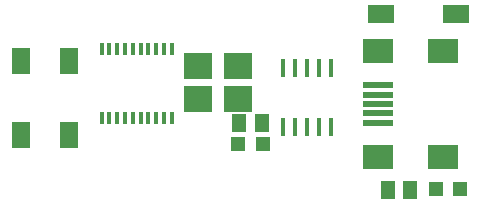
<source format=gbr>
G04 EAGLE Gerber RS-274X export*
G75*
%MOMM*%
%FSLAX34Y34*%
%LPD*%
%INSolderpaste Top*%
%IPPOS*%
%AMOC8*
5,1,8,0,0,1.08239X$1,22.5*%
G01*
%ADD10R,1.600000X2.300000*%
%ADD11R,1.200000X1.200000*%
%ADD12R,1.300000X1.500000*%
%ADD13R,2.500000X0.500000*%
%ADD14R,2.500000X2.000000*%
%ADD15R,0.400000X1.499997*%
%ADD16R,2.489200X2.235200*%
%ADD17R,0.400000X1.000000*%
%ADD18R,2.300000X1.600000*%


D10*
X52070Y61210D03*
X52070Y124210D03*
D11*
X424210Y15240D03*
X403210Y15240D03*
D12*
X381510Y14560D03*
X362510Y14560D03*
D13*
X354410Y87630D03*
X354410Y79630D03*
X354410Y103630D03*
X354410Y95630D03*
D14*
X409410Y132630D03*
X409410Y42630D03*
X354410Y132630D03*
X354410Y42630D03*
D13*
X354410Y71630D03*
D15*
X314320Y117711D03*
X294000Y117711D03*
X304320Y117711D03*
X284320Y117711D03*
X274320Y117711D03*
X274320Y67709D03*
X284320Y67709D03*
X294000Y67709D03*
X304320Y67709D03*
X314320Y67709D03*
D16*
X201930Y119380D03*
X201930Y91440D03*
D11*
X235880Y53340D03*
X256880Y53340D03*
D12*
X255880Y71120D03*
X236880Y71120D03*
D16*
X236220Y91440D03*
D17*
X179828Y76040D03*
X173224Y76040D03*
X166620Y75980D03*
X160016Y76040D03*
X153412Y76040D03*
X146808Y76040D03*
X140204Y76040D03*
X133600Y76040D03*
X126996Y76040D03*
X120392Y76040D03*
X120392Y134460D03*
X126996Y134460D03*
X133600Y134460D03*
X140204Y134460D03*
X146808Y134460D03*
X153412Y134460D03*
X160016Y134460D03*
X166620Y134520D03*
X173224Y134460D03*
X179828Y134460D03*
D10*
X92710Y124210D03*
X92710Y61210D03*
D16*
X236220Y119380D03*
D18*
X357120Y163830D03*
X420120Y163830D03*
M02*

</source>
